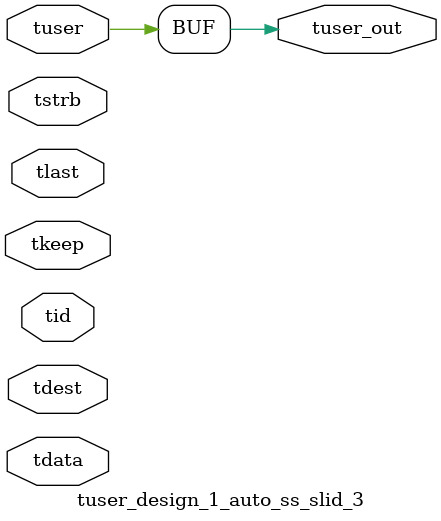
<source format=v>


`timescale 1ps/1ps

module tuser_design_1_auto_ss_slid_3 #
(
parameter C_S_AXIS_TUSER_WIDTH = 1,
parameter C_S_AXIS_TDATA_WIDTH = 32,
parameter C_S_AXIS_TID_WIDTH   = 0,
parameter C_S_AXIS_TDEST_WIDTH = 0,
parameter C_M_AXIS_TUSER_WIDTH = 1
)
(
input  [(C_S_AXIS_TUSER_WIDTH == 0 ? 1 : C_S_AXIS_TUSER_WIDTH)-1:0     ] tuser,
input  [(C_S_AXIS_TDATA_WIDTH == 0 ? 1 : C_S_AXIS_TDATA_WIDTH)-1:0     ] tdata,
input  [(C_S_AXIS_TID_WIDTH   == 0 ? 1 : C_S_AXIS_TID_WIDTH)-1:0       ] tid,
input  [(C_S_AXIS_TDEST_WIDTH == 0 ? 1 : C_S_AXIS_TDEST_WIDTH)-1:0     ] tdest,
input  [(C_S_AXIS_TDATA_WIDTH/8)-1:0 ] tkeep,
input  [(C_S_AXIS_TDATA_WIDTH/8)-1:0 ] tstrb,
input                                                                    tlast,
output [C_M_AXIS_TUSER_WIDTH-1:0] tuser_out
);

assign tuser_out = {tuser[0:0]};

endmodule


</source>
